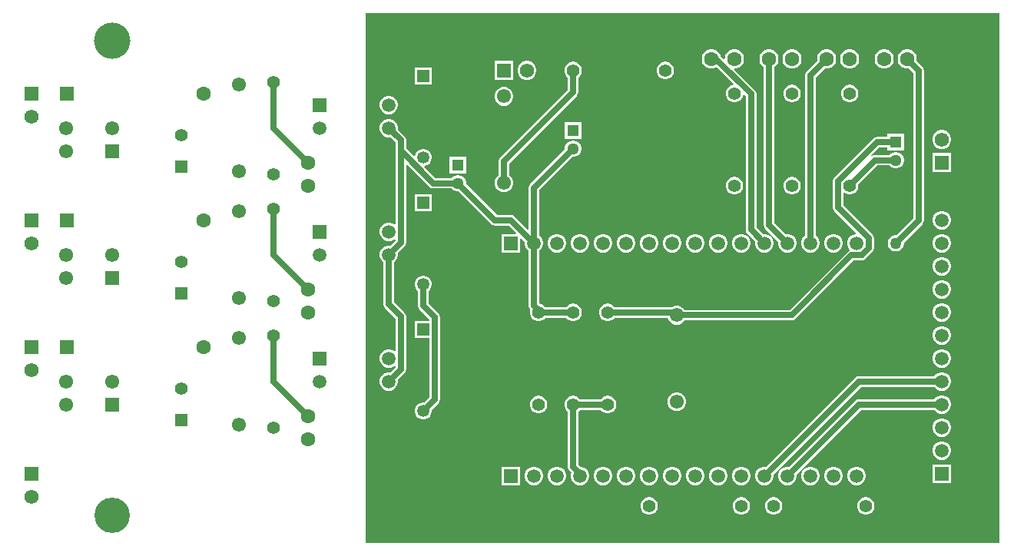
<source format=gtl>
G04*
G04 #@! TF.GenerationSoftware,Altium Limited,Altium Designer,18.0.7 (293)*
G04*
G04 Layer_Physical_Order=1*
G04 Layer_Color=255*
%FSLAX24Y24*%
%MOIN*%
G70*
G01*
G75*
%ADD16R,0.0610X0.0610*%
%ADD17C,0.0610*%
%ADD33R,0.0618X0.0618*%
%ADD34R,0.0618X0.0618*%
%ADD35C,0.0618*%
%ADD38C,0.0250*%
%ADD39C,0.1575*%
%ADD40C,0.1535*%
%ADD41R,0.0598X0.0598*%
%ADD42C,0.0598*%
%ADD43C,0.0551*%
%ADD44R,0.0531X0.0531*%
%ADD45C,0.0531*%
%ADD46C,0.0630*%
%ADD47R,0.0630X0.0630*%
%ADD48C,0.0512*%
%ADD49R,0.0512X0.0512*%
%ADD50R,0.0598X0.0598*%
%ADD51C,0.0591*%
%ADD52R,0.0591X0.0591*%
%ADD53R,0.0551X0.0551*%
%ADD54C,0.0500*%
G36*
X51500Y14500D02*
X24000D01*
Y37500D01*
X51500D01*
Y14500D01*
D02*
G37*
%LPC*%
G36*
X40055Y35915D02*
X39945D01*
X39840Y35887D01*
X39745Y35832D01*
X39668Y35755D01*
X39613Y35660D01*
X39585Y35555D01*
Y35513D01*
X39539Y35494D01*
X39443Y35590D01*
X39397Y35620D01*
X39387Y35660D01*
X39332Y35755D01*
X39255Y35832D01*
X39160Y35887D01*
X39055Y35915D01*
X38945D01*
X38840Y35887D01*
X38745Y35832D01*
X38668Y35755D01*
X38613Y35660D01*
X38585Y35555D01*
Y35445D01*
X38613Y35340D01*
X38668Y35245D01*
X38745Y35168D01*
X38840Y35113D01*
X38945Y35085D01*
X39055D01*
X39160Y35113D01*
X39230Y35154D01*
X39963Y34421D01*
X39940Y34373D01*
X39855Y34350D01*
X39769Y34301D01*
X39699Y34231D01*
X39650Y34145D01*
X39624Y34049D01*
Y33951D01*
X39650Y33855D01*
X39699Y33769D01*
X39769Y33699D01*
X39855Y33650D01*
X39951Y33624D01*
X40049D01*
X40145Y33650D01*
X40231Y33699D01*
X40301Y33769D01*
X40350Y33855D01*
X40373Y33940D01*
X40421Y33963D01*
X40491Y33893D01*
Y28080D01*
X40508Y27992D01*
X40558Y27917D01*
X40905Y27570D01*
X40901Y27553D01*
Y27447D01*
X40928Y27346D01*
X40981Y27255D01*
X41055Y27181D01*
X41146Y27128D01*
X41247Y27101D01*
X41353D01*
X41454Y27128D01*
X41545Y27181D01*
X41619Y27255D01*
X41672Y27346D01*
X41699Y27447D01*
Y27553D01*
X41672Y27654D01*
X41619Y27745D01*
X41545Y27819D01*
X41454Y27872D01*
X41353Y27899D01*
X41247D01*
X41230Y27895D01*
X40950Y28175D01*
Y33988D01*
X40932Y34075D01*
X40883Y34150D01*
X39994Y35039D01*
X40013Y35085D01*
X40055D01*
X40160Y35113D01*
X40255Y35168D01*
X40332Y35245D01*
X40387Y35340D01*
X40415Y35445D01*
Y35555D01*
X40387Y35660D01*
X40332Y35755D01*
X40255Y35832D01*
X40160Y35887D01*
X40055Y35915D01*
D02*
G37*
G36*
X46555D02*
X46445D01*
X46340Y35887D01*
X46245Y35832D01*
X46168Y35755D01*
X46113Y35660D01*
X46085Y35555D01*
Y35445D01*
X46113Y35340D01*
X46168Y35245D01*
X46245Y35168D01*
X46340Y35113D01*
X46445Y35085D01*
X46555D01*
X46660Y35113D01*
X46755Y35168D01*
X46832Y35245D01*
X46887Y35340D01*
X46915Y35445D01*
Y35555D01*
X46887Y35660D01*
X46832Y35755D01*
X46755Y35832D01*
X46660Y35887D01*
X46555Y35915D01*
D02*
G37*
G36*
X45055D02*
X44945D01*
X44840Y35887D01*
X44745Y35832D01*
X44668Y35755D01*
X44613Y35660D01*
X44585Y35555D01*
Y35445D01*
X44613Y35340D01*
X44668Y35245D01*
X44745Y35168D01*
X44840Y35113D01*
X44945Y35085D01*
X45055D01*
X45160Y35113D01*
X45255Y35168D01*
X45332Y35245D01*
X45387Y35340D01*
X45415Y35445D01*
Y35555D01*
X45387Y35660D01*
X45332Y35755D01*
X45255Y35832D01*
X45160Y35887D01*
X45055Y35915D01*
D02*
G37*
G36*
X44055D02*
X43945D01*
X43840Y35887D01*
X43745Y35832D01*
X43668Y35755D01*
X43613Y35660D01*
X43585Y35555D01*
Y35445D01*
X43593Y35417D01*
X43138Y34962D01*
X43088Y34888D01*
X43071Y34800D01*
Y27829D01*
X43055Y27819D01*
X42981Y27745D01*
X42928Y27654D01*
X42901Y27553D01*
Y27447D01*
X42928Y27346D01*
X42981Y27255D01*
X43055Y27181D01*
X43146Y27128D01*
X43247Y27101D01*
X43353D01*
X43454Y27128D01*
X43545Y27181D01*
X43619Y27255D01*
X43672Y27346D01*
X43699Y27447D01*
Y27553D01*
X43672Y27654D01*
X43619Y27745D01*
X43545Y27819D01*
X43529Y27829D01*
Y34705D01*
X43917Y35093D01*
X43945Y35085D01*
X44055D01*
X44160Y35113D01*
X44255Y35168D01*
X44332Y35245D01*
X44387Y35340D01*
X44415Y35445D01*
Y35555D01*
X44387Y35660D01*
X44332Y35755D01*
X44255Y35832D01*
X44160Y35887D01*
X44055Y35915D01*
D02*
G37*
G36*
X42555D02*
X42445D01*
X42340Y35887D01*
X42245Y35832D01*
X42168Y35755D01*
X42113Y35660D01*
X42085Y35555D01*
Y35445D01*
X42113Y35340D01*
X42168Y35245D01*
X42245Y35168D01*
X42340Y35113D01*
X42445Y35085D01*
X42555D01*
X42660Y35113D01*
X42755Y35168D01*
X42832Y35245D01*
X42887Y35340D01*
X42915Y35445D01*
Y35555D01*
X42887Y35660D01*
X42832Y35755D01*
X42755Y35832D01*
X42660Y35887D01*
X42555Y35915D01*
D02*
G37*
G36*
X37049Y35376D02*
X36951D01*
X36855Y35350D01*
X36769Y35301D01*
X36699Y35231D01*
X36650Y35145D01*
X36624Y35049D01*
Y34951D01*
X36650Y34855D01*
X36699Y34769D01*
X36769Y34699D01*
X36855Y34650D01*
X36951Y34624D01*
X37049D01*
X37145Y34650D01*
X37231Y34699D01*
X37301Y34769D01*
X37350Y34855D01*
X37376Y34951D01*
Y35049D01*
X37350Y35145D01*
X37301Y35231D01*
X37231Y35301D01*
X37145Y35350D01*
X37049Y35376D01*
D02*
G37*
G36*
X31054Y35409D02*
X30946D01*
X30842Y35381D01*
X30749Y35327D01*
X30673Y35251D01*
X30619Y35158D01*
X30591Y35054D01*
Y34946D01*
X30619Y34842D01*
X30673Y34749D01*
X30749Y34673D01*
X30842Y34619D01*
X30946Y34591D01*
X31054D01*
X31158Y34619D01*
X31251Y34673D01*
X31327Y34749D01*
X31381Y34842D01*
X31409Y34946D01*
Y35054D01*
X31381Y35158D01*
X31327Y35251D01*
X31251Y35327D01*
X31158Y35381D01*
X31054Y35409D01*
D02*
G37*
G36*
X30409D02*
X29591D01*
Y34591D01*
X30409D01*
Y35409D01*
D02*
G37*
G36*
X26866Y35137D02*
X26134D01*
Y34406D01*
X26866D01*
Y35137D01*
D02*
G37*
G36*
X45049Y34376D02*
X44951D01*
X44855Y34350D01*
X44769Y34301D01*
X44699Y34231D01*
X44650Y34145D01*
X44624Y34049D01*
Y33951D01*
X44650Y33855D01*
X44699Y33769D01*
X44769Y33699D01*
X44855Y33650D01*
X44951Y33624D01*
X45049D01*
X45145Y33650D01*
X45231Y33699D01*
X45301Y33769D01*
X45350Y33855D01*
X45376Y33951D01*
Y34049D01*
X45350Y34145D01*
X45301Y34231D01*
X45231Y34301D01*
X45145Y34350D01*
X45049Y34376D01*
D02*
G37*
G36*
X42549D02*
X42451D01*
X42355Y34350D01*
X42269Y34301D01*
X42199Y34231D01*
X42150Y34145D01*
X42124Y34049D01*
Y33951D01*
X42150Y33855D01*
X42199Y33769D01*
X42269Y33699D01*
X42355Y33650D01*
X42451Y33624D01*
X42549D01*
X42645Y33650D01*
X42731Y33699D01*
X42801Y33769D01*
X42850Y33855D01*
X42876Y33951D01*
Y34049D01*
X42850Y34145D01*
X42801Y34231D01*
X42731Y34301D01*
X42645Y34350D01*
X42549Y34376D01*
D02*
G37*
G36*
X30053Y34283D02*
X29947D01*
X29844Y34255D01*
X29751Y34202D01*
X29676Y34127D01*
X29622Y34034D01*
X29595Y33931D01*
Y33825D01*
X29622Y33722D01*
X29676Y33629D01*
X29751Y33554D01*
X29844Y33500D01*
X29947Y33473D01*
X30053D01*
X30156Y33500D01*
X30249Y33554D01*
X30324Y33629D01*
X30378Y33722D01*
X30405Y33825D01*
Y33931D01*
X30378Y34034D01*
X30324Y34127D01*
X30249Y34202D01*
X30156Y34255D01*
X30053Y34283D01*
D02*
G37*
G36*
X25052Y33895D02*
X24948D01*
X24847Y33868D01*
X24757Y33816D01*
X24684Y33743D01*
X24632Y33653D01*
X24605Y33552D01*
Y33448D01*
X24632Y33347D01*
X24684Y33257D01*
X24757Y33184D01*
X24847Y33132D01*
X24948Y33105D01*
X25052D01*
X25153Y33132D01*
X25243Y33184D01*
X25316Y33257D01*
X25368Y33347D01*
X25395Y33448D01*
Y33552D01*
X25368Y33653D01*
X25316Y33743D01*
X25243Y33816D01*
X25153Y33868D01*
X25052Y33895D01*
D02*
G37*
G36*
X33356Y32750D02*
X32644D01*
Y32038D01*
X33356D01*
Y32750D01*
D02*
G37*
G36*
X49054Y32409D02*
X48946D01*
X48842Y32381D01*
X48749Y32327D01*
X48673Y32251D01*
X48619Y32158D01*
X48591Y32054D01*
Y31946D01*
X48619Y31842D01*
X48673Y31749D01*
X48749Y31673D01*
X48842Y31619D01*
X48946Y31591D01*
X49054D01*
X49158Y31619D01*
X49251Y31673D01*
X49327Y31749D01*
X49381Y31842D01*
X49409Y31946D01*
Y32054D01*
X49381Y32158D01*
X49327Y32251D01*
X49251Y32327D01*
X49158Y32381D01*
X49054Y32409D01*
D02*
G37*
G36*
X47356Y32250D02*
X46644D01*
Y32123D01*
X46186D01*
X46098Y32106D01*
X46024Y32056D01*
X44337Y30370D01*
X44287Y30295D01*
X44270Y30207D01*
Y29042D01*
X44287Y28954D01*
X44337Y28880D01*
X45272Y27945D01*
X45252Y27899D01*
X45247D01*
X45146Y27872D01*
X45055Y27819D01*
X44981Y27745D01*
X44928Y27654D01*
X44901Y27553D01*
Y27447D01*
X44928Y27346D01*
X44981Y27255D01*
X45000Y27236D01*
X44984Y27180D01*
X44921Y27138D01*
X42390Y24607D01*
X37835D01*
X37824Y24627D01*
X37749Y24702D01*
X37656Y24755D01*
X37553Y24783D01*
X37447D01*
X37344Y24755D01*
X37294Y24727D01*
X37280Y24729D01*
X34801D01*
X34801Y24731D01*
X34731Y24801D01*
X34645Y24850D01*
X34549Y24876D01*
X34451D01*
X34355Y24850D01*
X34269Y24801D01*
X34199Y24731D01*
X34150Y24645D01*
X34124Y24549D01*
Y24451D01*
X34150Y24355D01*
X34199Y24269D01*
X34269Y24199D01*
X34355Y24150D01*
X34451Y24124D01*
X34549D01*
X34645Y24150D01*
X34731Y24199D01*
X34801Y24269D01*
X34801Y24271D01*
X37109D01*
X37122Y24222D01*
X37176Y24129D01*
X37251Y24054D01*
X37344Y24000D01*
X37447Y23973D01*
X37553D01*
X37656Y24000D01*
X37749Y24054D01*
X37824Y24129D01*
X37835Y24149D01*
X42485D01*
X42573Y24166D01*
X42647Y24216D01*
X45178Y26746D01*
X45517D01*
X45605Y26764D01*
X45679Y26814D01*
X45986Y27121D01*
X46036Y27195D01*
X46054Y27283D01*
Y27717D01*
X46036Y27805D01*
X45986Y27879D01*
X44729Y29137D01*
Y29676D01*
X44779Y29694D01*
X44855Y29650D01*
X44951Y29624D01*
X45049D01*
X45145Y29650D01*
X45231Y29699D01*
X45301Y29769D01*
X45350Y29855D01*
X45376Y29951D01*
Y30049D01*
X45375Y30051D01*
X46201Y30877D01*
X46726D01*
X46781Y30822D01*
X46863Y30775D01*
X46953Y30750D01*
X47047D01*
X47137Y30775D01*
X47219Y30822D01*
X47285Y30888D01*
X47332Y30969D01*
X47356Y31059D01*
Y31153D01*
X47332Y31244D01*
X47285Y31325D01*
X47219Y31391D01*
X47137Y31438D01*
X47047Y31462D01*
X46953D01*
X46863Y31438D01*
X46781Y31391D01*
X46726Y31336D01*
X46106D01*
X46019Y31318D01*
X45979Y31292D01*
X45947Y31331D01*
X46281Y31664D01*
X46644D01*
Y31538D01*
X47356D01*
Y32250D01*
D02*
G37*
G36*
X49409Y31409D02*
X48591D01*
Y30591D01*
X49409D01*
Y31409D01*
D02*
G37*
G36*
X28356Y31250D02*
X27644D01*
Y30538D01*
X28356D01*
Y31250D01*
D02*
G37*
G36*
X33049Y35376D02*
X32951D01*
X32855Y35350D01*
X32769Y35301D01*
X32699Y35231D01*
X32650Y35145D01*
X32624Y35049D01*
Y34951D01*
X32650Y34855D01*
X32699Y34769D01*
X32769Y34699D01*
X32771Y34699D01*
Y34164D01*
X29838Y31231D01*
X29788Y31157D01*
X29771Y31069D01*
Y30457D01*
X29751Y30446D01*
X29676Y30371D01*
X29622Y30278D01*
X29595Y30175D01*
Y30069D01*
X29622Y29966D01*
X29676Y29873D01*
X29751Y29798D01*
X29844Y29745D01*
X29947Y29717D01*
X30053D01*
X30156Y29745D01*
X30249Y29798D01*
X30324Y29873D01*
X30378Y29966D01*
X30405Y30069D01*
Y30175D01*
X30378Y30278D01*
X30324Y30371D01*
X30249Y30446D01*
X30229Y30457D01*
Y30974D01*
X33162Y33907D01*
X33212Y33981D01*
X33229Y34069D01*
Y34699D01*
X33231Y34699D01*
X33301Y34769D01*
X33350Y34855D01*
X33376Y34951D01*
Y35049D01*
X33350Y35145D01*
X33301Y35231D01*
X33231Y35301D01*
X33145Y35350D01*
X33049Y35376D01*
D02*
G37*
G36*
X42549Y30376D02*
X42451D01*
X42355Y30350D01*
X42269Y30301D01*
X42199Y30231D01*
X42150Y30145D01*
X42124Y30049D01*
Y29951D01*
X42150Y29855D01*
X42199Y29769D01*
X42269Y29699D01*
X42355Y29650D01*
X42451Y29624D01*
X42549D01*
X42645Y29650D01*
X42731Y29699D01*
X42801Y29769D01*
X42850Y29855D01*
X42876Y29951D01*
Y30049D01*
X42850Y30145D01*
X42801Y30231D01*
X42731Y30301D01*
X42645Y30350D01*
X42549Y30376D01*
D02*
G37*
G36*
X40049D02*
X39951D01*
X39855Y30350D01*
X39769Y30301D01*
X39699Y30231D01*
X39650Y30145D01*
X39624Y30049D01*
Y29951D01*
X39650Y29855D01*
X39699Y29769D01*
X39769Y29699D01*
X39855Y29650D01*
X39951Y29624D01*
X40049D01*
X40145Y29650D01*
X40231Y29699D01*
X40301Y29769D01*
X40350Y29855D01*
X40376Y29951D01*
Y30049D01*
X40350Y30145D01*
X40301Y30231D01*
X40231Y30301D01*
X40145Y30350D01*
X40049Y30376D01*
D02*
G37*
G36*
X26866Y29637D02*
X26134D01*
Y28906D01*
X26866D01*
Y29637D01*
D02*
G37*
G36*
X49053Y28899D02*
X48947D01*
X48846Y28872D01*
X48755Y28819D01*
X48681Y28745D01*
X48628Y28654D01*
X48601Y28553D01*
Y28447D01*
X48628Y28346D01*
X48681Y28255D01*
X48755Y28181D01*
X48846Y28128D01*
X48947Y28101D01*
X49053D01*
X49154Y28128D01*
X49245Y28181D01*
X49319Y28255D01*
X49372Y28346D01*
X49399Y28447D01*
Y28553D01*
X49372Y28654D01*
X49319Y28745D01*
X49245Y28819D01*
X49154Y28872D01*
X49053Y28899D01*
D02*
G37*
G36*
X47555Y35915D02*
X47445D01*
X47340Y35887D01*
X47245Y35832D01*
X47168Y35755D01*
X47113Y35660D01*
X47085Y35555D01*
Y35445D01*
X47113Y35340D01*
X47168Y35245D01*
X47245Y35168D01*
X47340Y35113D01*
X47445Y35085D01*
X47555D01*
X47583Y35093D01*
X47771Y34905D01*
Y28595D01*
X47026Y27850D01*
X46954D01*
X46865Y27826D01*
X46785Y27780D01*
X46720Y27715D01*
X46674Y27635D01*
X46650Y27546D01*
Y27454D01*
X46674Y27365D01*
X46720Y27285D01*
X46785Y27220D01*
X46865Y27174D01*
X46954Y27150D01*
X47046D01*
X47135Y27174D01*
X47215Y27220D01*
X47280Y27285D01*
X47326Y27365D01*
X47350Y27454D01*
Y27526D01*
X48162Y28338D01*
X48212Y28412D01*
X48229Y28500D01*
Y35000D01*
X48212Y35088D01*
X48162Y35162D01*
X47907Y35417D01*
X47915Y35445D01*
Y35555D01*
X47887Y35660D01*
X47832Y35755D01*
X47755Y35832D01*
X47660Y35887D01*
X47555Y35915D01*
D02*
G37*
G36*
X49053Y27899D02*
X48947D01*
X48846Y27872D01*
X48755Y27819D01*
X48681Y27745D01*
X48628Y27654D01*
X48601Y27553D01*
Y27447D01*
X48628Y27346D01*
X48681Y27255D01*
X48755Y27181D01*
X48846Y27128D01*
X48947Y27101D01*
X49053D01*
X49154Y27128D01*
X49245Y27181D01*
X49319Y27255D01*
X49372Y27346D01*
X49399Y27447D01*
Y27553D01*
X49372Y27654D01*
X49319Y27745D01*
X49245Y27819D01*
X49154Y27872D01*
X49053Y27899D01*
D02*
G37*
G36*
X44353D02*
X44247D01*
X44146Y27872D01*
X44055Y27819D01*
X43981Y27745D01*
X43928Y27654D01*
X43901Y27553D01*
Y27447D01*
X43928Y27346D01*
X43981Y27255D01*
X44055Y27181D01*
X44146Y27128D01*
X44247Y27101D01*
X44353D01*
X44454Y27128D01*
X44545Y27181D01*
X44619Y27255D01*
X44672Y27346D01*
X44699Y27447D01*
Y27553D01*
X44672Y27654D01*
X44619Y27745D01*
X44545Y27819D01*
X44454Y27872D01*
X44353Y27899D01*
D02*
G37*
G36*
X41555Y35915D02*
X41445D01*
X41340Y35887D01*
X41245Y35832D01*
X41168Y35755D01*
X41113Y35660D01*
X41085Y35555D01*
Y35445D01*
X41113Y35340D01*
X41168Y35245D01*
X41245Y35168D01*
X41271Y35153D01*
Y28300D01*
X41288Y28212D01*
X41338Y28138D01*
X41905Y27570D01*
X41901Y27553D01*
Y27447D01*
X41928Y27346D01*
X41981Y27255D01*
X42055Y27181D01*
X42146Y27128D01*
X42247Y27101D01*
X42353D01*
X42454Y27128D01*
X42545Y27181D01*
X42619Y27255D01*
X42672Y27346D01*
X42699Y27447D01*
Y27553D01*
X42672Y27654D01*
X42619Y27745D01*
X42545Y27819D01*
X42454Y27872D01*
X42353Y27899D01*
X42247D01*
X42230Y27895D01*
X41729Y28395D01*
Y35153D01*
X41755Y35168D01*
X41832Y35245D01*
X41887Y35340D01*
X41915Y35445D01*
Y35555D01*
X41887Y35660D01*
X41832Y35755D01*
X41755Y35832D01*
X41660Y35887D01*
X41555Y35915D01*
D02*
G37*
G36*
X40353Y27899D02*
X40247D01*
X40146Y27872D01*
X40055Y27819D01*
X39981Y27745D01*
X39928Y27654D01*
X39901Y27553D01*
Y27447D01*
X39928Y27346D01*
X39981Y27255D01*
X40055Y27181D01*
X40146Y27128D01*
X40247Y27101D01*
X40353D01*
X40454Y27128D01*
X40545Y27181D01*
X40619Y27255D01*
X40672Y27346D01*
X40699Y27447D01*
Y27553D01*
X40672Y27654D01*
X40619Y27745D01*
X40545Y27819D01*
X40454Y27872D01*
X40353Y27899D01*
D02*
G37*
G36*
X39353D02*
X39247D01*
X39146Y27872D01*
X39055Y27819D01*
X38981Y27745D01*
X38928Y27654D01*
X38901Y27553D01*
Y27447D01*
X38928Y27346D01*
X38981Y27255D01*
X39055Y27181D01*
X39146Y27128D01*
X39247Y27101D01*
X39353D01*
X39454Y27128D01*
X39545Y27181D01*
X39619Y27255D01*
X39672Y27346D01*
X39699Y27447D01*
Y27553D01*
X39672Y27654D01*
X39619Y27745D01*
X39545Y27819D01*
X39454Y27872D01*
X39353Y27899D01*
D02*
G37*
G36*
X38353D02*
X38247D01*
X38146Y27872D01*
X38055Y27819D01*
X37981Y27745D01*
X37928Y27654D01*
X37901Y27553D01*
Y27447D01*
X37928Y27346D01*
X37981Y27255D01*
X38055Y27181D01*
X38146Y27128D01*
X38247Y27101D01*
X38353D01*
X38454Y27128D01*
X38545Y27181D01*
X38619Y27255D01*
X38672Y27346D01*
X38699Y27447D01*
Y27553D01*
X38672Y27654D01*
X38619Y27745D01*
X38545Y27819D01*
X38454Y27872D01*
X38353Y27899D01*
D02*
G37*
G36*
X37353D02*
X37247D01*
X37146Y27872D01*
X37055Y27819D01*
X36981Y27745D01*
X36928Y27654D01*
X36901Y27553D01*
Y27447D01*
X36928Y27346D01*
X36981Y27255D01*
X37055Y27181D01*
X37146Y27128D01*
X37247Y27101D01*
X37353D01*
X37454Y27128D01*
X37545Y27181D01*
X37619Y27255D01*
X37672Y27346D01*
X37699Y27447D01*
Y27553D01*
X37672Y27654D01*
X37619Y27745D01*
X37545Y27819D01*
X37454Y27872D01*
X37353Y27899D01*
D02*
G37*
G36*
X36353D02*
X36247D01*
X36146Y27872D01*
X36055Y27819D01*
X35981Y27745D01*
X35928Y27654D01*
X35901Y27553D01*
Y27447D01*
X35928Y27346D01*
X35981Y27255D01*
X36055Y27181D01*
X36146Y27128D01*
X36247Y27101D01*
X36353D01*
X36454Y27128D01*
X36545Y27181D01*
X36619Y27255D01*
X36672Y27346D01*
X36699Y27447D01*
Y27553D01*
X36672Y27654D01*
X36619Y27745D01*
X36545Y27819D01*
X36454Y27872D01*
X36353Y27899D01*
D02*
G37*
G36*
X35353D02*
X35247D01*
X35146Y27872D01*
X35055Y27819D01*
X34981Y27745D01*
X34928Y27654D01*
X34901Y27553D01*
Y27447D01*
X34928Y27346D01*
X34981Y27255D01*
X35055Y27181D01*
X35146Y27128D01*
X35247Y27101D01*
X35353D01*
X35454Y27128D01*
X35545Y27181D01*
X35619Y27255D01*
X35672Y27346D01*
X35699Y27447D01*
Y27553D01*
X35672Y27654D01*
X35619Y27745D01*
X35545Y27819D01*
X35454Y27872D01*
X35353Y27899D01*
D02*
G37*
G36*
X34353D02*
X34247D01*
X34146Y27872D01*
X34055Y27819D01*
X33981Y27745D01*
X33928Y27654D01*
X33901Y27553D01*
Y27447D01*
X33928Y27346D01*
X33981Y27255D01*
X34055Y27181D01*
X34146Y27128D01*
X34247Y27101D01*
X34353D01*
X34454Y27128D01*
X34545Y27181D01*
X34619Y27255D01*
X34672Y27346D01*
X34699Y27447D01*
Y27553D01*
X34672Y27654D01*
X34619Y27745D01*
X34545Y27819D01*
X34454Y27872D01*
X34353Y27899D01*
D02*
G37*
G36*
X33353D02*
X33247D01*
X33146Y27872D01*
X33055Y27819D01*
X32981Y27745D01*
X32928Y27654D01*
X32901Y27553D01*
Y27447D01*
X32928Y27346D01*
X32981Y27255D01*
X33055Y27181D01*
X33146Y27128D01*
X33247Y27101D01*
X33353D01*
X33454Y27128D01*
X33545Y27181D01*
X33619Y27255D01*
X33672Y27346D01*
X33699Y27447D01*
Y27553D01*
X33672Y27654D01*
X33619Y27745D01*
X33545Y27819D01*
X33454Y27872D01*
X33353Y27899D01*
D02*
G37*
G36*
X32353D02*
X32247D01*
X32146Y27872D01*
X32055Y27819D01*
X31981Y27745D01*
X31928Y27654D01*
X31901Y27553D01*
Y27447D01*
X31928Y27346D01*
X31981Y27255D01*
X32055Y27181D01*
X32146Y27128D01*
X32247Y27101D01*
X32353D01*
X32454Y27128D01*
X32545Y27181D01*
X32619Y27255D01*
X32672Y27346D01*
X32699Y27447D01*
Y27553D01*
X32672Y27654D01*
X32619Y27745D01*
X32545Y27819D01*
X32454Y27872D01*
X32353Y27899D01*
D02*
G37*
G36*
X49053Y26899D02*
X48947D01*
X48846Y26872D01*
X48755Y26819D01*
X48681Y26745D01*
X48628Y26654D01*
X48601Y26553D01*
Y26447D01*
X48628Y26346D01*
X48681Y26255D01*
X48755Y26181D01*
X48846Y26128D01*
X48947Y26101D01*
X49053D01*
X49154Y26128D01*
X49245Y26181D01*
X49319Y26255D01*
X49372Y26346D01*
X49399Y26447D01*
Y26553D01*
X49372Y26654D01*
X49319Y26745D01*
X49245Y26819D01*
X49154Y26872D01*
X49053Y26899D01*
D02*
G37*
G36*
Y25899D02*
X48947D01*
X48846Y25872D01*
X48755Y25819D01*
X48681Y25745D01*
X48628Y25654D01*
X48601Y25553D01*
Y25447D01*
X48628Y25346D01*
X48681Y25255D01*
X48755Y25181D01*
X48846Y25128D01*
X48947Y25101D01*
X49053D01*
X49154Y25128D01*
X49245Y25181D01*
X49319Y25255D01*
X49372Y25346D01*
X49399Y25447D01*
Y25553D01*
X49372Y25654D01*
X49319Y25745D01*
X49245Y25819D01*
X49154Y25872D01*
X49053Y25899D01*
D02*
G37*
G36*
X25052Y32895D02*
X24948D01*
X24847Y32868D01*
X24757Y32816D01*
X24684Y32743D01*
X24632Y32653D01*
X24605Y32552D01*
Y32448D01*
X24632Y32347D01*
X24684Y32257D01*
X24757Y32184D01*
X24847Y32132D01*
X24948Y32105D01*
X25052D01*
X25067Y32109D01*
X25291Y31885D01*
Y31514D01*
Y28333D01*
X25267Y28324D01*
X25241Y28317D01*
X25153Y28368D01*
X25052Y28395D01*
X24948D01*
X24847Y28368D01*
X24757Y28316D01*
X24684Y28243D01*
X24632Y28153D01*
X24605Y28052D01*
Y27948D01*
X24632Y27847D01*
X24684Y27757D01*
X24757Y27684D01*
X24847Y27632D01*
X24948Y27605D01*
X25052D01*
X25153Y27632D01*
X25241Y27683D01*
X25267Y27676D01*
X25291Y27667D01*
Y27615D01*
X25067Y27391D01*
X25052Y27395D01*
X24948D01*
X24847Y27368D01*
X24757Y27316D01*
X24684Y27243D01*
X24632Y27153D01*
X24605Y27052D01*
Y26948D01*
X24632Y26847D01*
X24684Y26757D01*
X24757Y26684D01*
X24771Y26676D01*
Y24856D01*
X24788Y24769D01*
X24838Y24694D01*
X25291Y24241D01*
Y22833D01*
X25267Y22824D01*
X25241Y22817D01*
X25153Y22868D01*
X25052Y22895D01*
X24948D01*
X24847Y22868D01*
X24757Y22816D01*
X24684Y22743D01*
X24632Y22653D01*
X24605Y22552D01*
Y22448D01*
X24632Y22347D01*
X24684Y22257D01*
X24757Y22184D01*
X24847Y22132D01*
X24948Y22105D01*
X25052D01*
X25153Y22132D01*
X25241Y22183D01*
X25267Y22176D01*
X25291Y22167D01*
Y22115D01*
X25067Y21891D01*
X25052Y21895D01*
X24948D01*
X24847Y21868D01*
X24757Y21816D01*
X24684Y21743D01*
X24632Y21653D01*
X24605Y21552D01*
Y21448D01*
X24632Y21347D01*
X24684Y21257D01*
X24757Y21184D01*
X24847Y21132D01*
X24948Y21105D01*
X25052D01*
X25153Y21132D01*
X25243Y21184D01*
X25316Y21257D01*
X25368Y21347D01*
X25395Y21448D01*
Y21552D01*
X25391Y21567D01*
X25682Y21858D01*
X25732Y21932D01*
X25750Y22020D01*
Y24336D01*
X25732Y24424D01*
X25682Y24498D01*
X25229Y24951D01*
Y26676D01*
X25243Y26684D01*
X25316Y26757D01*
X25368Y26847D01*
X25395Y26948D01*
Y27052D01*
X25391Y27067D01*
X25682Y27358D01*
X25732Y27432D01*
X25750Y27520D01*
Y30895D01*
X25796Y30914D01*
X26766Y29944D01*
X26840Y29894D01*
X26928Y29877D01*
X27726D01*
X27781Y29822D01*
X27863Y29775D01*
X27953Y29750D01*
X28031D01*
X29444Y28338D01*
X29519Y28288D01*
X29606Y28271D01*
X30205D01*
X30530Y27945D01*
X30511Y27899D01*
X29901D01*
Y27101D01*
X30699D01*
Y27711D01*
X30745Y27730D01*
X30905Y27570D01*
X30901Y27553D01*
Y27447D01*
X30928Y27346D01*
X30981Y27255D01*
X31055Y27181D01*
X31071Y27171D01*
Y24781D01*
X31088Y24694D01*
X31138Y24619D01*
X31142Y24615D01*
X31124Y24549D01*
Y24451D01*
X31150Y24355D01*
X31199Y24269D01*
X31269Y24199D01*
X31355Y24150D01*
X31451Y24124D01*
X31549D01*
X31645Y24150D01*
X31731Y24199D01*
X31801Y24269D01*
X31801Y24271D01*
X32699D01*
X32699Y24269D01*
X32769Y24199D01*
X32855Y24150D01*
X32951Y24124D01*
X33049D01*
X33145Y24150D01*
X33231Y24199D01*
X33301Y24269D01*
X33350Y24355D01*
X33376Y24451D01*
Y24549D01*
X33350Y24645D01*
X33301Y24731D01*
X33231Y24801D01*
X33145Y24850D01*
X33049Y24876D01*
X32951D01*
X32855Y24850D01*
X32769Y24801D01*
X32699Y24731D01*
X32699Y24729D01*
X31801D01*
X31801Y24731D01*
X31731Y24801D01*
X31645Y24850D01*
X31549Y24876D01*
X31530D01*
X31529Y24877D01*
Y27171D01*
X31545Y27181D01*
X31619Y27255D01*
X31672Y27346D01*
X31699Y27447D01*
Y27553D01*
X31672Y27654D01*
X31619Y27745D01*
X31545Y27819D01*
X31529Y27829D01*
Y29811D01*
X32969Y31250D01*
X33047D01*
X33137Y31275D01*
X33219Y31322D01*
X33285Y31388D01*
X33332Y31469D01*
X33356Y31559D01*
Y31653D01*
X33332Y31744D01*
X33285Y31825D01*
X33219Y31891D01*
X33137Y31938D01*
X33047Y31962D01*
X32953D01*
X32863Y31938D01*
X32781Y31891D01*
X32715Y31825D01*
X32668Y31744D01*
X32644Y31653D01*
Y31575D01*
X31138Y30069D01*
X31088Y29994D01*
X31071Y29906D01*
Y28119D01*
X31024Y28100D01*
X30462Y28662D01*
X30388Y28712D01*
X30300Y28729D01*
X29701D01*
X28356Y30075D01*
Y30153D01*
X28332Y30244D01*
X28285Y30325D01*
X28219Y30391D01*
X28137Y30438D01*
X28047Y30462D01*
X27953D01*
X27863Y30438D01*
X27781Y30391D01*
X27726Y30336D01*
X27023D01*
X26542Y30817D01*
X26563Y30867D01*
X26641Y30888D01*
X26725Y30936D01*
X26793Y31004D01*
X26841Y31087D01*
X26866Y31180D01*
Y31276D01*
X26841Y31370D01*
X26793Y31453D01*
X26725Y31521D01*
X26641Y31569D01*
X26548Y31594D01*
X26452D01*
X26359Y31569D01*
X26275Y31521D01*
X26207Y31453D01*
X26159Y31370D01*
X26138Y31291D01*
X26088Y31270D01*
X25750Y31609D01*
Y31980D01*
X25732Y32068D01*
X25682Y32142D01*
X25391Y32433D01*
X25395Y32448D01*
Y32552D01*
X25368Y32653D01*
X25316Y32743D01*
X25243Y32816D01*
X25153Y32868D01*
X25052Y32895D01*
D02*
G37*
G36*
X49053Y24899D02*
X48947D01*
X48846Y24872D01*
X48755Y24819D01*
X48681Y24745D01*
X48628Y24654D01*
X48601Y24553D01*
Y24447D01*
X48628Y24346D01*
X48681Y24255D01*
X48755Y24181D01*
X48846Y24128D01*
X48947Y24101D01*
X49053D01*
X49154Y24128D01*
X49245Y24181D01*
X49319Y24255D01*
X49372Y24346D01*
X49399Y24447D01*
Y24553D01*
X49372Y24654D01*
X49319Y24745D01*
X49245Y24819D01*
X49154Y24872D01*
X49053Y24899D01*
D02*
G37*
G36*
Y23899D02*
X48947D01*
X48846Y23872D01*
X48755Y23819D01*
X48681Y23745D01*
X48628Y23654D01*
X48601Y23553D01*
Y23447D01*
X48628Y23346D01*
X48681Y23255D01*
X48755Y23181D01*
X48846Y23128D01*
X48947Y23101D01*
X49053D01*
X49154Y23128D01*
X49245Y23181D01*
X49319Y23255D01*
X49372Y23346D01*
X49399Y23447D01*
Y23553D01*
X49372Y23654D01*
X49319Y23745D01*
X49245Y23819D01*
X49154Y23872D01*
X49053Y23899D01*
D02*
G37*
G36*
Y22899D02*
X48947D01*
X48846Y22872D01*
X48755Y22819D01*
X48681Y22745D01*
X48628Y22654D01*
X48601Y22553D01*
Y22447D01*
X48628Y22346D01*
X48681Y22255D01*
X48755Y22181D01*
X48846Y22128D01*
X48947Y22101D01*
X49053D01*
X49154Y22128D01*
X49245Y22181D01*
X49319Y22255D01*
X49372Y22346D01*
X49399Y22447D01*
Y22553D01*
X49372Y22654D01*
X49319Y22745D01*
X49245Y22819D01*
X49154Y22872D01*
X49053Y22899D01*
D02*
G37*
G36*
Y21899D02*
X48947D01*
X48846Y21872D01*
X48755Y21819D01*
X48681Y21745D01*
X48671Y21729D01*
X45400D01*
X45312Y21712D01*
X45238Y21662D01*
X41370Y17795D01*
X41353Y17799D01*
X41247D01*
X41146Y17772D01*
X41055Y17719D01*
X40981Y17645D01*
X40928Y17554D01*
X40901Y17453D01*
Y17347D01*
X40928Y17246D01*
X40981Y17155D01*
X41055Y17081D01*
X41146Y17028D01*
X41247Y17001D01*
X41353D01*
X41454Y17028D01*
X41545Y17081D01*
X41619Y17155D01*
X41672Y17246D01*
X41699Y17347D01*
Y17453D01*
X41695Y17470D01*
X45495Y21271D01*
X48671D01*
X48681Y21255D01*
X48755Y21181D01*
X48846Y21128D01*
X48947Y21101D01*
X49053D01*
X49154Y21128D01*
X49245Y21181D01*
X49319Y21255D01*
X49372Y21346D01*
X49399Y21447D01*
Y21553D01*
X49372Y21654D01*
X49319Y21745D01*
X49245Y21819D01*
X49154Y21872D01*
X49053Y21899D01*
D02*
G37*
G36*
X34549Y20876D02*
X34451D01*
X34355Y20850D01*
X34269Y20801D01*
X34199Y20731D01*
X34199Y20729D01*
X33301D01*
X33301Y20731D01*
X33231Y20801D01*
X33145Y20850D01*
X33049Y20876D01*
X32951D01*
X32855Y20850D01*
X32769Y20801D01*
X32699Y20731D01*
X32650Y20645D01*
X32624Y20549D01*
Y20451D01*
X32650Y20355D01*
X32699Y20269D01*
X32769Y20199D01*
X32771Y20199D01*
Y17794D01*
X32788Y17706D01*
X32838Y17632D01*
X32925Y17544D01*
X32901Y17453D01*
Y17347D01*
X32928Y17246D01*
X32981Y17155D01*
X33055Y17081D01*
X33146Y17028D01*
X33247Y17001D01*
X33353D01*
X33454Y17028D01*
X33545Y17081D01*
X33619Y17155D01*
X33672Y17246D01*
X33699Y17347D01*
Y17453D01*
X33672Y17554D01*
X33619Y17645D01*
X33545Y17719D01*
X33454Y17772D01*
X33353Y17799D01*
X33319D01*
X33229Y17889D01*
Y20199D01*
X33231Y20199D01*
X33301Y20269D01*
X33301Y20271D01*
X34199D01*
X34199Y20269D01*
X34269Y20199D01*
X34355Y20150D01*
X34451Y20124D01*
X34549D01*
X34645Y20150D01*
X34731Y20199D01*
X34801Y20269D01*
X34850Y20355D01*
X34876Y20451D01*
Y20549D01*
X34850Y20645D01*
X34801Y20731D01*
X34731Y20801D01*
X34645Y20850D01*
X34549Y20876D01*
D02*
G37*
G36*
X37553Y21027D02*
X37447D01*
X37344Y21000D01*
X37251Y20946D01*
X37176Y20871D01*
X37122Y20778D01*
X37095Y20675D01*
Y20569D01*
X37122Y20466D01*
X37176Y20373D01*
X37251Y20298D01*
X37344Y20245D01*
X37447Y20217D01*
X37553D01*
X37656Y20245D01*
X37749Y20298D01*
X37824Y20373D01*
X37878Y20466D01*
X37905Y20569D01*
Y20675D01*
X37878Y20778D01*
X37824Y20871D01*
X37749Y20946D01*
X37656Y21000D01*
X37553Y21027D01*
D02*
G37*
G36*
X31549Y20876D02*
X31451D01*
X31355Y20850D01*
X31269Y20801D01*
X31199Y20731D01*
X31150Y20645D01*
X31124Y20549D01*
Y20451D01*
X31150Y20355D01*
X31199Y20269D01*
X31269Y20199D01*
X31355Y20150D01*
X31451Y20124D01*
X31549D01*
X31645Y20150D01*
X31731Y20199D01*
X31801Y20269D01*
X31850Y20355D01*
X31876Y20451D01*
Y20549D01*
X31850Y20645D01*
X31801Y20731D01*
X31731Y20801D01*
X31645Y20850D01*
X31549Y20876D01*
D02*
G37*
G36*
X49053Y20899D02*
X48947D01*
X48846Y20872D01*
X48755Y20819D01*
X48681Y20745D01*
X48671Y20729D01*
X45400D01*
X45312Y20712D01*
X45238Y20662D01*
X42370Y17795D01*
X42353Y17799D01*
X42247D01*
X42146Y17772D01*
X42055Y17719D01*
X41981Y17645D01*
X41928Y17554D01*
X41901Y17453D01*
Y17347D01*
X41928Y17246D01*
X41981Y17155D01*
X42055Y17081D01*
X42146Y17028D01*
X42247Y17001D01*
X42353D01*
X42454Y17028D01*
X42545Y17081D01*
X42619Y17155D01*
X42672Y17246D01*
X42699Y17347D01*
Y17453D01*
X42695Y17470D01*
X45495Y20271D01*
X48671D01*
X48681Y20255D01*
X48755Y20181D01*
X48846Y20128D01*
X48947Y20101D01*
X49053D01*
X49154Y20128D01*
X49245Y20181D01*
X49319Y20255D01*
X49372Y20346D01*
X49399Y20447D01*
Y20553D01*
X49372Y20654D01*
X49319Y20745D01*
X49245Y20819D01*
X49154Y20872D01*
X49053Y20899D01*
D02*
G37*
G36*
X26548Y26094D02*
X26452D01*
X26359Y26069D01*
X26275Y26021D01*
X26207Y25953D01*
X26159Y25870D01*
X26134Y25776D01*
Y25680D01*
X26159Y25587D01*
X26207Y25504D01*
X26271Y25440D01*
Y24778D01*
X26288Y24690D01*
X26338Y24616D01*
X26761Y24192D01*
Y24137D01*
X26134D01*
Y23406D01*
X26761D01*
Y20814D01*
X26541Y20594D01*
X26452D01*
X26359Y20569D01*
X26275Y20521D01*
X26207Y20453D01*
X26159Y20370D01*
X26134Y20276D01*
Y20180D01*
X26159Y20087D01*
X26207Y20004D01*
X26275Y19936D01*
X26359Y19888D01*
X26452Y19863D01*
X26548D01*
X26641Y19888D01*
X26725Y19936D01*
X26793Y20004D01*
X26841Y20087D01*
X26866Y20180D01*
Y20270D01*
X27153Y20557D01*
X27203Y20631D01*
X27220Y20719D01*
Y24287D01*
X27203Y24375D01*
X27153Y24449D01*
X26729Y24873D01*
Y25440D01*
X26793Y25504D01*
X26841Y25587D01*
X26866Y25680D01*
Y25776D01*
X26841Y25870D01*
X26793Y25953D01*
X26725Y26021D01*
X26641Y26069D01*
X26548Y26094D01*
D02*
G37*
G36*
X49053Y19899D02*
X48947D01*
X48846Y19872D01*
X48755Y19819D01*
X48681Y19745D01*
X48628Y19654D01*
X48601Y19553D01*
Y19447D01*
X48628Y19346D01*
X48681Y19255D01*
X48755Y19181D01*
X48846Y19128D01*
X48947Y19101D01*
X49053D01*
X49154Y19128D01*
X49245Y19181D01*
X49319Y19255D01*
X49372Y19346D01*
X49399Y19447D01*
Y19553D01*
X49372Y19654D01*
X49319Y19745D01*
X49245Y19819D01*
X49154Y19872D01*
X49053Y19899D01*
D02*
G37*
G36*
Y18899D02*
X48947D01*
X48846Y18872D01*
X48755Y18819D01*
X48681Y18745D01*
X48628Y18654D01*
X48601Y18553D01*
Y18447D01*
X48628Y18346D01*
X48681Y18255D01*
X48755Y18181D01*
X48846Y18128D01*
X48947Y18101D01*
X49053D01*
X49154Y18128D01*
X49245Y18181D01*
X49319Y18255D01*
X49372Y18346D01*
X49399Y18447D01*
Y18553D01*
X49372Y18654D01*
X49319Y18745D01*
X49245Y18819D01*
X49154Y18872D01*
X49053Y18899D01*
D02*
G37*
G36*
X49399Y17899D02*
X48601D01*
Y17101D01*
X49399D01*
Y17899D01*
D02*
G37*
G36*
X45353Y17799D02*
X45247D01*
X45146Y17772D01*
X45055Y17719D01*
X44981Y17645D01*
X44928Y17554D01*
X44901Y17453D01*
Y17347D01*
X44928Y17246D01*
X44981Y17155D01*
X45055Y17081D01*
X45146Y17028D01*
X45247Y17001D01*
X45353D01*
X45454Y17028D01*
X45545Y17081D01*
X45619Y17155D01*
X45672Y17246D01*
X45699Y17347D01*
Y17453D01*
X45672Y17554D01*
X45619Y17645D01*
X45545Y17719D01*
X45454Y17772D01*
X45353Y17799D01*
D02*
G37*
G36*
X44353D02*
X44247D01*
X44146Y17772D01*
X44055Y17719D01*
X43981Y17645D01*
X43928Y17554D01*
X43901Y17453D01*
Y17347D01*
X43928Y17246D01*
X43981Y17155D01*
X44055Y17081D01*
X44146Y17028D01*
X44247Y17001D01*
X44353D01*
X44454Y17028D01*
X44545Y17081D01*
X44619Y17155D01*
X44672Y17246D01*
X44699Y17347D01*
Y17453D01*
X44672Y17554D01*
X44619Y17645D01*
X44545Y17719D01*
X44454Y17772D01*
X44353Y17799D01*
D02*
G37*
G36*
X43353D02*
X43247D01*
X43146Y17772D01*
X43055Y17719D01*
X42981Y17645D01*
X42928Y17554D01*
X42901Y17453D01*
Y17347D01*
X42928Y17246D01*
X42981Y17155D01*
X43055Y17081D01*
X43146Y17028D01*
X43247Y17001D01*
X43353D01*
X43454Y17028D01*
X43545Y17081D01*
X43619Y17155D01*
X43672Y17246D01*
X43699Y17347D01*
Y17453D01*
X43672Y17554D01*
X43619Y17645D01*
X43545Y17719D01*
X43454Y17772D01*
X43353Y17799D01*
D02*
G37*
G36*
X40353D02*
X40247D01*
X40146Y17772D01*
X40055Y17719D01*
X39981Y17645D01*
X39928Y17554D01*
X39901Y17453D01*
Y17347D01*
X39928Y17246D01*
X39981Y17155D01*
X40055Y17081D01*
X40146Y17028D01*
X40247Y17001D01*
X40353D01*
X40454Y17028D01*
X40545Y17081D01*
X40619Y17155D01*
X40672Y17246D01*
X40699Y17347D01*
Y17453D01*
X40672Y17554D01*
X40619Y17645D01*
X40545Y17719D01*
X40454Y17772D01*
X40353Y17799D01*
D02*
G37*
G36*
X39353D02*
X39247D01*
X39146Y17772D01*
X39055Y17719D01*
X38981Y17645D01*
X38928Y17554D01*
X38901Y17453D01*
Y17347D01*
X38928Y17246D01*
X38981Y17155D01*
X39055Y17081D01*
X39146Y17028D01*
X39247Y17001D01*
X39353D01*
X39454Y17028D01*
X39545Y17081D01*
X39619Y17155D01*
X39672Y17246D01*
X39699Y17347D01*
Y17453D01*
X39672Y17554D01*
X39619Y17645D01*
X39545Y17719D01*
X39454Y17772D01*
X39353Y17799D01*
D02*
G37*
G36*
X38353D02*
X38247D01*
X38146Y17772D01*
X38055Y17719D01*
X37981Y17645D01*
X37928Y17554D01*
X37901Y17453D01*
Y17347D01*
X37928Y17246D01*
X37981Y17155D01*
X38055Y17081D01*
X38146Y17028D01*
X38247Y17001D01*
X38353D01*
X38454Y17028D01*
X38545Y17081D01*
X38619Y17155D01*
X38672Y17246D01*
X38699Y17347D01*
Y17453D01*
X38672Y17554D01*
X38619Y17645D01*
X38545Y17719D01*
X38454Y17772D01*
X38353Y17799D01*
D02*
G37*
G36*
X37353D02*
X37247D01*
X37146Y17772D01*
X37055Y17719D01*
X36981Y17645D01*
X36928Y17554D01*
X36901Y17453D01*
Y17347D01*
X36928Y17246D01*
X36981Y17155D01*
X37055Y17081D01*
X37146Y17028D01*
X37247Y17001D01*
X37353D01*
X37454Y17028D01*
X37545Y17081D01*
X37619Y17155D01*
X37672Y17246D01*
X37699Y17347D01*
Y17453D01*
X37672Y17554D01*
X37619Y17645D01*
X37545Y17719D01*
X37454Y17772D01*
X37353Y17799D01*
D02*
G37*
G36*
X36353D02*
X36247D01*
X36146Y17772D01*
X36055Y17719D01*
X35981Y17645D01*
X35928Y17554D01*
X35901Y17453D01*
Y17347D01*
X35928Y17246D01*
X35981Y17155D01*
X36055Y17081D01*
X36146Y17028D01*
X36247Y17001D01*
X36353D01*
X36454Y17028D01*
X36545Y17081D01*
X36619Y17155D01*
X36672Y17246D01*
X36699Y17347D01*
Y17453D01*
X36672Y17554D01*
X36619Y17645D01*
X36545Y17719D01*
X36454Y17772D01*
X36353Y17799D01*
D02*
G37*
G36*
X35353D02*
X35247D01*
X35146Y17772D01*
X35055Y17719D01*
X34981Y17645D01*
X34928Y17554D01*
X34901Y17453D01*
Y17347D01*
X34928Y17246D01*
X34981Y17155D01*
X35055Y17081D01*
X35146Y17028D01*
X35247Y17001D01*
X35353D01*
X35454Y17028D01*
X35545Y17081D01*
X35619Y17155D01*
X35672Y17246D01*
X35699Y17347D01*
Y17453D01*
X35672Y17554D01*
X35619Y17645D01*
X35545Y17719D01*
X35454Y17772D01*
X35353Y17799D01*
D02*
G37*
G36*
X34353D02*
X34247D01*
X34146Y17772D01*
X34055Y17719D01*
X33981Y17645D01*
X33928Y17554D01*
X33901Y17453D01*
Y17347D01*
X33928Y17246D01*
X33981Y17155D01*
X34055Y17081D01*
X34146Y17028D01*
X34247Y17001D01*
X34353D01*
X34454Y17028D01*
X34545Y17081D01*
X34619Y17155D01*
X34672Y17246D01*
X34699Y17347D01*
Y17453D01*
X34672Y17554D01*
X34619Y17645D01*
X34545Y17719D01*
X34454Y17772D01*
X34353Y17799D01*
D02*
G37*
G36*
X32353D02*
X32247D01*
X32146Y17772D01*
X32055Y17719D01*
X31981Y17645D01*
X31928Y17554D01*
X31901Y17453D01*
Y17347D01*
X31928Y17246D01*
X31981Y17155D01*
X32055Y17081D01*
X32146Y17028D01*
X32247Y17001D01*
X32353D01*
X32454Y17028D01*
X32545Y17081D01*
X32619Y17155D01*
X32672Y17246D01*
X32699Y17347D01*
Y17453D01*
X32672Y17554D01*
X32619Y17645D01*
X32545Y17719D01*
X32454Y17772D01*
X32353Y17799D01*
D02*
G37*
G36*
X31353D02*
X31247D01*
X31146Y17772D01*
X31055Y17719D01*
X30981Y17645D01*
X30928Y17554D01*
X30901Y17453D01*
Y17347D01*
X30928Y17246D01*
X30981Y17155D01*
X31055Y17081D01*
X31146Y17028D01*
X31247Y17001D01*
X31353D01*
X31454Y17028D01*
X31545Y17081D01*
X31619Y17155D01*
X31672Y17246D01*
X31699Y17347D01*
Y17453D01*
X31672Y17554D01*
X31619Y17645D01*
X31545Y17719D01*
X31454Y17772D01*
X31353Y17799D01*
D02*
G37*
G36*
X30699D02*
X29901D01*
Y17001D01*
X30699D01*
Y17799D01*
D02*
G37*
G36*
X45749Y16476D02*
X45651D01*
X45555Y16450D01*
X45469Y16401D01*
X45399Y16331D01*
X45350Y16245D01*
X45324Y16149D01*
Y16051D01*
X45350Y15955D01*
X45399Y15869D01*
X45469Y15799D01*
X45555Y15750D01*
X45651Y15724D01*
X45749D01*
X45845Y15750D01*
X45931Y15799D01*
X46001Y15869D01*
X46050Y15955D01*
X46076Y16051D01*
Y16149D01*
X46050Y16245D01*
X46001Y16331D01*
X45931Y16401D01*
X45845Y16450D01*
X45749Y16476D01*
D02*
G37*
G36*
X41749D02*
X41651D01*
X41555Y16450D01*
X41469Y16401D01*
X41399Y16331D01*
X41350Y16245D01*
X41324Y16149D01*
Y16051D01*
X41350Y15955D01*
X41399Y15869D01*
X41469Y15799D01*
X41555Y15750D01*
X41651Y15724D01*
X41749D01*
X41845Y15750D01*
X41931Y15799D01*
X42001Y15869D01*
X42050Y15955D01*
X42076Y16051D01*
Y16149D01*
X42050Y16245D01*
X42001Y16331D01*
X41931Y16401D01*
X41845Y16450D01*
X41749Y16476D01*
D02*
G37*
G36*
X40349D02*
X40251D01*
X40155Y16450D01*
X40069Y16401D01*
X39999Y16331D01*
X39950Y16245D01*
X39924Y16149D01*
Y16051D01*
X39950Y15955D01*
X39999Y15869D01*
X40069Y15799D01*
X40155Y15750D01*
X40251Y15724D01*
X40349D01*
X40445Y15750D01*
X40531Y15799D01*
X40601Y15869D01*
X40650Y15955D01*
X40676Y16051D01*
Y16149D01*
X40650Y16245D01*
X40601Y16331D01*
X40531Y16401D01*
X40445Y16450D01*
X40349Y16476D01*
D02*
G37*
G36*
X36349D02*
X36251D01*
X36155Y16450D01*
X36069Y16401D01*
X35999Y16331D01*
X35950Y16245D01*
X35924Y16149D01*
Y16051D01*
X35950Y15955D01*
X35999Y15869D01*
X36069Y15799D01*
X36155Y15750D01*
X36251Y15724D01*
X36349D01*
X36445Y15750D01*
X36531Y15799D01*
X36601Y15869D01*
X36650Y15955D01*
X36676Y16051D01*
Y16149D01*
X36650Y16245D01*
X36601Y16331D01*
X36531Y16401D01*
X36445Y16450D01*
X36349Y16476D01*
D02*
G37*
%LPD*%
D16*
X13000Y20500D02*
D03*
Y26000D02*
D03*
Y31500D02*
D03*
D17*
Y21500D02*
D03*
X11000Y20500D02*
D03*
Y21500D02*
D03*
X13000Y27000D02*
D03*
X11000Y26000D02*
D03*
Y27000D02*
D03*
X13000Y32500D02*
D03*
X11000D02*
D03*
Y31500D02*
D03*
X18500Y30622D02*
D03*
Y34378D02*
D03*
Y25122D02*
D03*
Y28878D02*
D03*
Y19622D02*
D03*
Y23378D02*
D03*
X37500Y20622D02*
D03*
X30000Y30122D02*
D03*
Y33878D02*
D03*
X37500Y24378D02*
D03*
D33*
X9500Y23000D02*
D03*
Y28500D02*
D03*
Y34000D02*
D03*
Y17500D02*
D03*
X49000Y31000D02*
D03*
D34*
X30000Y35000D02*
D03*
D35*
X9500Y27500D02*
D03*
Y33000D02*
D03*
Y16500D02*
D03*
Y22000D02*
D03*
X49000Y32000D02*
D03*
X31000Y35000D02*
D03*
D38*
X37500Y24378D02*
X42485D01*
X45083Y26976D01*
X45517D01*
X45824Y27283D01*
X44499Y29042D02*
Y30207D01*
Y29042D02*
X45824Y27717D01*
Y27283D02*
Y27717D01*
X47000Y27500D02*
X48000Y28500D01*
X29606D02*
X30300D01*
X31300Y27500D01*
X28000Y30106D02*
X29606Y28500D01*
X31300Y24781D02*
Y27500D01*
X41500Y28300D02*
Y35500D01*
Y28300D02*
X42300Y27500D01*
X40720Y28080D02*
X41300Y27500D01*
X40720Y28080D02*
Y33988D01*
X43300Y27500D02*
Y34800D01*
X44000Y35500D01*
X31300Y24781D02*
X31500Y24581D01*
Y24500D02*
Y24581D01*
X48000Y28500D02*
Y35000D01*
X47500Y35500D02*
X48000Y35000D01*
X44499Y30207D02*
X46186Y31894D01*
X47000D01*
X46106Y31106D02*
X47000D01*
X45000Y30000D02*
X46106Y31106D01*
X39000Y35500D02*
X39073Y35427D01*
X39281D01*
X40720Y33988D01*
X31300Y29906D02*
X33000Y31606D01*
X31300Y27500D02*
Y29906D01*
X30000Y31069D02*
X33000Y34069D01*
X30000Y30122D02*
Y31069D01*
X33000Y34069D02*
Y35000D01*
X25520Y27520D02*
Y31514D01*
X26928Y30106D01*
X28000D01*
X25520Y31514D02*
Y31980D01*
X25000Y27000D02*
X25520Y27520D01*
X26500Y24778D02*
Y25728D01*
Y24778D02*
X26991Y24287D01*
Y20719D02*
Y24287D01*
X26500Y20228D02*
X26991Y20719D01*
X25000Y32500D02*
X25520Y31980D01*
X25000Y21500D02*
X25520Y22020D01*
X25000Y24856D02*
Y27000D01*
Y24856D02*
X25520Y24336D01*
Y22020D02*
Y24336D01*
X37280Y24500D02*
X37403Y24378D01*
X34500Y24500D02*
X37280D01*
X37403Y24378D02*
X37500D01*
X31500Y24500D02*
X33000D01*
Y17794D02*
Y20500D01*
Y17794D02*
X33300Y17494D01*
Y17400D02*
Y17494D01*
X33000Y20500D02*
X34500D01*
X42300Y17400D02*
X45400Y20500D01*
X49000D01*
X45400Y21500D02*
X49000D01*
X41300Y17400D02*
X45400Y21500D01*
X20000D02*
X21500Y20000D01*
X20000Y21500D02*
Y23500D01*
Y27000D02*
X21500Y25500D01*
X20000Y27000D02*
Y29000D01*
Y32500D02*
Y34500D01*
Y32500D02*
X21500Y31000D01*
D39*
X50250Y36300D02*
D03*
Y15700D02*
D03*
X13000Y36300D02*
D03*
D40*
Y15700D02*
D03*
D41*
X30300Y27500D02*
D03*
Y17400D02*
D03*
D42*
X34300Y27500D02*
D03*
X35300D02*
D03*
X33300D02*
D03*
X31300D02*
D03*
X41300D02*
D03*
X39300D02*
D03*
X36300D02*
D03*
X32300D02*
D03*
X37300D02*
D03*
X38300D02*
D03*
X40300D02*
D03*
X42300D02*
D03*
X43300D02*
D03*
X44300D02*
D03*
X45300D02*
D03*
X49000Y28500D02*
D03*
Y27500D02*
D03*
Y25500D02*
D03*
Y24500D02*
D03*
Y22500D02*
D03*
Y21500D02*
D03*
Y20500D02*
D03*
Y18500D02*
D03*
Y19500D02*
D03*
Y23500D02*
D03*
Y26500D02*
D03*
X41300Y17400D02*
D03*
X39300D02*
D03*
X37300D02*
D03*
X38300D02*
D03*
X40300D02*
D03*
X42300D02*
D03*
X43300D02*
D03*
X44300D02*
D03*
X33300D02*
D03*
X36300D02*
D03*
X32300D02*
D03*
X31300D02*
D03*
X34300D02*
D03*
X35300D02*
D03*
X45300D02*
D03*
D43*
X34500Y20500D02*
D03*
Y24500D02*
D03*
X45000Y30000D02*
D03*
Y34000D02*
D03*
X42500Y30000D02*
D03*
Y34000D02*
D03*
X40000Y30000D02*
D03*
Y34000D02*
D03*
X20000Y19500D02*
D03*
Y23500D02*
D03*
Y25000D02*
D03*
Y29000D02*
D03*
Y30500D02*
D03*
Y34500D02*
D03*
X45700Y16100D02*
D03*
X41700D02*
D03*
X40300D02*
D03*
X36300D02*
D03*
X33000Y35000D02*
D03*
X31500Y20500D02*
D03*
X37000Y35000D02*
D03*
X16000Y21189D02*
D03*
Y26689D02*
D03*
Y32189D02*
D03*
X33000Y20500D02*
D03*
X31500Y24500D02*
D03*
X33000D02*
D03*
D44*
X26500Y23772D02*
D03*
Y29272D02*
D03*
Y34772D02*
D03*
D45*
Y20228D02*
D03*
Y25728D02*
D03*
Y31228D02*
D03*
D46*
X16953Y23000D02*
D03*
X21500Y24500D02*
D03*
Y25500D02*
D03*
X39000Y35500D02*
D03*
X40000D02*
D03*
X47500D02*
D03*
X46500D02*
D03*
X44000D02*
D03*
X45000D02*
D03*
X41500D02*
D03*
X42500D02*
D03*
X21500Y20000D02*
D03*
Y31000D02*
D03*
X16953Y28500D02*
D03*
Y34000D02*
D03*
X21500Y19000D02*
D03*
Y30000D02*
D03*
D47*
X11047Y23000D02*
D03*
Y28500D02*
D03*
Y34000D02*
D03*
D48*
X47000Y31106D02*
D03*
X28000Y30106D02*
D03*
X33000Y31606D02*
D03*
D49*
X47000Y31894D02*
D03*
X28000Y30894D02*
D03*
X33000Y32394D02*
D03*
D50*
X49000Y17500D02*
D03*
D51*
X25000Y32500D02*
D03*
X22000D02*
D03*
X25000Y33500D02*
D03*
Y27000D02*
D03*
X22000D02*
D03*
X25000Y28000D02*
D03*
Y21500D02*
D03*
X22000D02*
D03*
X25000Y22500D02*
D03*
D52*
X22000Y33500D02*
D03*
Y28000D02*
D03*
Y22500D02*
D03*
D53*
X16000Y19811D02*
D03*
Y25311D02*
D03*
Y30811D02*
D03*
D54*
X47000Y27500D02*
D03*
M02*

</source>
